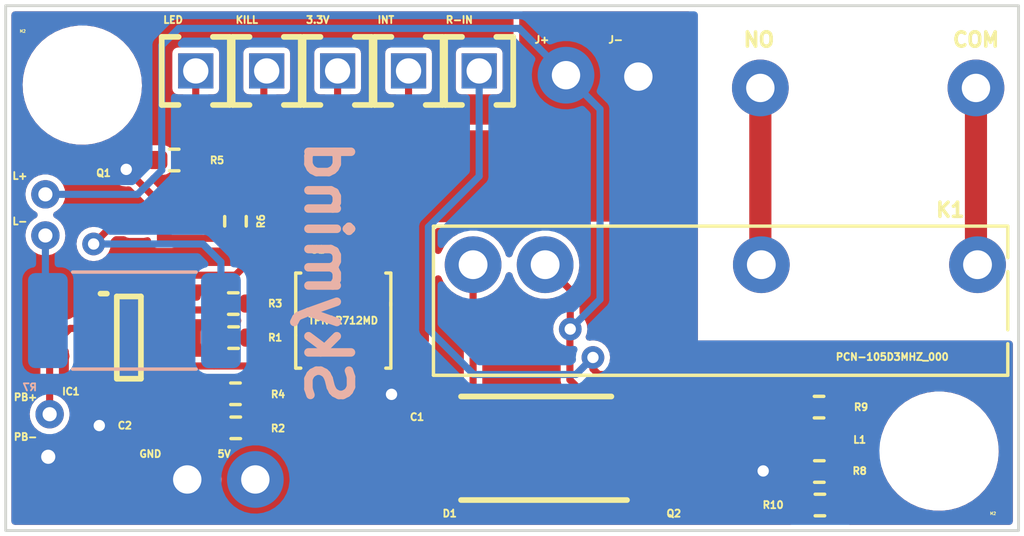
<source format=kicad_pcb>
(kicad_pcb (version 20210424) (generator pcbnew)
  (title_block (title "Relay Module") (date "2021-06-09") (rev "v01") (company "Skymind") (comment 4 "Author: Koay Xian Cong"))
  (layers (0 "F.Cu" signal) (31 "B.Cu" signal) (34 "B.Paste" user) (35 "F.Paste" user) (36 "B.SilkS" user "B.Silkscreen") (37 "F.SilkS" user "F.Silkscreen") (38 "B.Mask" user) (39 "F.Mask" user) (44 "Edge.Cuts" user))
  (net 0 "")
  (net 1 "Net-(D1-Pad1)")
  (net 2 "Net-(D1-Pad2)")
  (net 3 "Net-(J4-Pad01)")
  (net 4 "Net-(C1-Pad2)")
  (net 5 "Net-(Q1-Pad1)")
  (net 6 "Net-(IC1-Pad5)")
  (net 7 "Net-(L1-Pad2)")
  (net 8 "Earth")
  (net 9 "Net-(IC1-Pad8)")
  (net 11 "Net-(C2-Pad1)")
  (net 12 "Net-(IC1-Pad2)")
  (net 13 "Net-(IC1-Pad6)")
  (net 14 "Net-(Q2-Pad1)")
  (net 15 "Net-(Q1-Pad3)")
  (net 16 "Net-(J6-Pad01)")
  (net 17 "Net-(J8-Pad01)")
  (net 18 "Net-(J10-Pad01)")
  (net 19 "Net-(J14-Pad2)")
  (net 20 "Net-(J14-Pad1)")
  (net 21 "Net-(R4-Pad2)")
  (footprint "Resistor_SMD:R_0402_1005Metric_Pad0.72x0.64mm_HandSolder" (layer "F.Cu") (at 99.21 73.08 180)
    (fp_text reference "R2" (at -1.49 -0.02 180) (layer "F.SilkS") (effects (font (size 0.25 0.25) (thickness 0.0625))))
    (fp_text value "100K")
    (fp_line (start -0.167621 0.38) (end 0.167621 0.38) (layer "F.SilkS") (width 0.12))
    (fp_line (start -0.167621 -0.38) (end 0.167621 -0.38) (layer "F.SilkS") (width 0.12))
    (pad "1" smd roundrect locked (at -0.5975 0 180) (size 0.715 0.64) (layers "F.Cu" "F.Paste" "F.Mask") (net 4 "Net-(C1-Pad2)"))
    (pad "2" smd roundrect locked (at 0.5975 0 180) (size 0.715 0.64) (layers "F.Cu" "F.Paste" "F.Mask") (net 13 "Net-(IC1-Pad6)"))
  )
  (footprint "capacitor_3mF:CAPC1005X55N" (layer "F.Cu") (at 96.6 73 180)
    (fp_text reference "C2" (at 1.3 0) (layer "F.SilkS") (effects (font (size 0.25 0.25) (thickness 0.0625))))
    (fp_text value "3μF")
    (pad "1" smd rect locked (at -0.432 0 180) (size 0.54 0.6) (layers "F.Cu" "F.Paste" "F.Mask") (net 11 "Net-(C2-Pad1)"))
    (pad "2" smd rect locked (at 0.432 0 180) (size 0.54 0.6) (layers "F.Cu" "F.Paste" "F.Mask") (net 8 "Earth"))
  )
  (footprint "relay new:PCN-105D3MHZ_000" (layer "F.Cu") (at 107.5751 67.33 90)
    (fp_text reference "K1" (at 1.93 16.8249) (layer "F.SilkS") (effects (font (size 0.5 0.5) (thickness 0.125))))
    (fp_text value "PCN-105D3MHZ_000" (at -3.25 14.7749) (layer "F.SilkS") (effects (font (size 0.25 0.25) (thickness 0.0625))))
    (fp_line (start -3.8989 18.8468) (end -2.785751 18.8468) (layer "F.SilkS") (width 0.12))
    (fp_line (start 1.3589 -1.397) (end -3.8989 -1.397) (layer "F.SilkS") (width 0.12))
    (fp_line (start -3.8989 -1.397) (end -3.8989 18.8468) (layer "F.SilkS") (width 0.12))
    (fp_line (start -2.294249 18.8468) (end -0.245751 18.8468) (layer "F.SilkS") (width 0.12))
    (fp_line (start 0.245751 18.8468) (end 1.3589 18.8468) (layer "F.SilkS") (width 0.12))
    (fp_line (start 1.3589 18.8468) (end 1.3589 -1.397) (layer "F.SilkS") (width 0.12))
    (pad "1" thru_hole circle locked (at 0 0 90) (size 2 2) (drill 1.016) (layers *.Cu *.Mask) (net 2 "Net-(D1-Pad2)"))
    (pad "2" thru_hole circle locked (at 0 2.54 90) (size 2 2) (drill 1.016) (layers *.Cu *.Mask) (net 1 "Net-(D1-Pad1)"))
    (pad "3" thru_hole circle locked (at 0 10.16 90) (size 2 2) (drill 1.016) (layers *.Cu *.Mask) (net 19 "Net-(J14-Pad2)"))
    (pad "4" thru_hole circle locked (at 0 17.78 90) (size 2 2) (drill 1.016) (layers *.Cu *.Mask) (net 20 "Net-(J14-Pad1)"))
  )
  (footprint "Mosfet_NTK3134NT:NTK3134NT1G" (layer "F.Cu") (at 115.8 74)
    (fp_text reference "Q2" (at -1.15 2.1) (layer "F.SilkS") (effects (font (size 0.25 0.25) (thickness 0.0625))))
    (fp_text value "NTK3134NT" hide)
    (pad "1" smd rect locked (at -0.4 0.49) (size 0.27 0.52) (layers "F.Cu" "F.Paste" "F.Mask") (net 14 "Net-(Q2-Pad1)"))
    (pad "2" smd rect locked (at 0.4 0.49) (size 0.27 0.52) (layers "F.Cu" "F.Paste" "F.Mask") (net 8 "Earth"))
    (pad "3" smd rect locked (at 0 -0.49) (size 0.36 0.52) (layers "F.Cu" "F.Paste" "F.Mask") (net 2 "Net-(D1-Pad2)"))
  )
  (footprint "capacitor_0.1mF:CAPC1005X55N" (layer "F.Cu") (at 104.3 72.7 180)
    (fp_text reference "C1" (at -1.3 0) (layer "F.SilkS") (effects (font (size 0.25 0.25) (thickness 0.0625))))
    (fp_text value "0.1μF")
    (pad "1" smd rect locked (at -0.407 0 180) (size 0.59 0.6) (layers "F.Cu" "F.Paste" "F.Mask") (net 8 "Earth"))
    (pad "2" smd rect locked (at 0.407 0 180) (size 0.59 0.6) (layers "F.Cu" "F.Paste" "F.Mask") (net 4 "Net-(C1-Pad2)"))
  )
  (footprint "PinHeaders:SAMTEC_MTMM-101-06-S-S-200" (layer "F.Cu") (at 92.6 74)
    (fp_text reference "PB-" (at -0.8 -0.6) (layer "F.SilkS") (effects (font (size 0.25 0.25) (thickness 0.0625))))
    (fp_text value "Push Button GND")
    (pad "01" thru_hole circle locked (at 0 0.1) (size 1 1) (drill 0.5) (layers *.Cu *.Mask) (net 8 "Earth"))
  )
  (footprint "Resistor_SMD:R_0402_1005Metric_Pad0.72x0.64mm_HandSolder" (layer "F.Cu") (at 99.122305 68.7)
    (fp_text reference "R3" (at 1.477695 0) (layer "F.SilkS") (effects (font (size 0.25 0.25) (thickness 0.0625))))
    (fp_text value "10K")
    (fp_line (start -0.167621 0.38) (end 0.167621 0.38) (layer "F.SilkS") (width 0.12))
    (fp_line (start -0.167621 -0.38) (end 0.167621 -0.38) (layer "F.SilkS") (width 0.12))
    (pad "1" smd roundrect locked (at -0.5975 0) (size 0.715 0.64) (layers "F.Cu" "F.Paste" "F.Mask") (net 9 "Net-(IC1-Pad8)"))
    (pad "2" smd roundrect locked (at 0.5975 0) (size 0.715 0.64) (layers "F.Cu" "F.Paste" "F.Mask") (net 3 "Net-(J4-Pad01)"))
  )
  (footprint "Resistor_SMD:R_0402_1005Metric_Pad0.72x0.64mm_HandSolder" (layer "F.Cu") (at 99.2 65.8 -90)
    (fp_text reference "R6" (at 0 -0.9 -90) (layer "F.SilkS") (effects (font (size 0.25 0.25) (thickness 0.0625))))
    (fp_text value "1K")
    (fp_line (start -0.167621 0.38) (end 0.167621 0.38) (layer "F.SilkS") (width 0.12))
    (fp_line (start -0.167621 -0.38) (end 0.167621 -0.38) (layer "F.SilkS") (width 0.12))
    (pad "1" smd roundrect locked (at -0.5975 0 270) (size 0.715 0.64) (layers "F.Cu" "F.Paste" "F.Mask") (net 16 "Net-(J6-Pad01)"))
    (pad "2" smd roundrect locked (at 0.5975 0 270) (size 0.715 0.64) (layers "F.Cu" "F.Paste" "F.Mask") (net 5 "Net-(Q1-Pad1)"))
  )
  (footprint "Diode_SS34B-HF:DIOM5336X320N" (layer "F.Cu") (at 109.8 73.8 180)
    (fp_text reference "D1" (at 3.05 -2.3) (layer "F.SilkS") (effects (font (size 0.25 0.25) (thickness 0.0625))))
    (fp_text value "SS34B" hide)
    (fp_line (start -2.65 1.825) (end 2.65 1.825) (layer "F.SilkS") (width 0.2))
    (fp_line (start 2.65 -1.825) (end -3.2 -1.825) (layer "F.SilkS") (width 0.2))
    (pad "1" smd rect locked (at -2.15 0 270) (size 2.1 2.3) (layers "F.Cu" "F.Paste" "F.Mask") (net 1 "Net-(D1-Pad1)"))
    (pad "2" smd rect locked (at 2.15 0 270) (size 2.1 2.3) (layers "F.Cu" "F.Paste" "F.Mask") (net 2 "Net-(D1-Pad2)"))
  )
  (footprint "Resistor_SMD:R_0402_1005Metric_Pad0.72x0.64mm_HandSolder" (layer "F.Cu") (at 99.2 71.88)
    (fp_text reference "R4" (at 1.5 0.02) (layer "F.SilkS") (effects (font (size 0.25 0.25) (thickness 0.0625))))
    (fp_text value "100K")
    (fp_line (start -0.167621 -0.38) (end 0.167621 -0.38) (layer "F.SilkS") (width 0.12))
    (fp_line (start -0.167621 0.38) (end 0.167621 0.38) (layer "F.SilkS") (width 0.12))
    (pad "1" smd roundrect locked (at -0.5975 0) (size 0.715 0.64) (layers "F.Cu" "F.Paste" "F.Mask") (net 13 "Net-(IC1-Pad6)"))
    (pad "2" smd roundrect locked (at 0.5975 0) (size 0.715 0.64) (layers "F.Cu" "F.Paste" "F.Mask") (net 21 "Net-(R4-Pad2)"))
  )
  (footprint "Terminal Block 2pins:ED120&slash_2DS" (layer "F.Cu") (at 121.25 64.15)
    (fp_text reference "NO" (at -3.6 -4.75) (layer "F.SilkS") (effects (font (size 0.5 0.5) (thickness 0.125))))
    (fp_text value "COM" (at 4.05 -4.75 180) (layer "F.SilkS") (effects (font (size 0.5 0.5) (thickness 0.125))))
    (pad "1" thru_hole circle locked (at 4.05 -3.05 180) (size 2 2) (drill 1) (layers *.Cu *.Mask) (net 20 "Net-(J14-Pad1)"))
    (pad "2" thru_hole circle locked (at -3.55 -3.05 180) (size 2 2) (drill 1) (layers *.Cu *.Mask) (net 19 "Net-(J14-Pad2)"))
  )
  (footprint "LED_SMD:LED_0402_1005Metric_Pad0.77x0.64mm_HandSolder" (layer "F.Cu") (at 119.77 73.48)
    (fp_text reference "L1" (at 1.43 0.02) (layer "F.SilkS") (effects (font (size 0.25 0.25) (thickness 0.0625))))
    (fp_text value "LED")
    (pad "1" smd roundrect locked (at -0.5725 0) (size 0.765 0.64) (layers "F.Cu" "F.Paste" "F.Mask") (net 2 "Net-(D1-Pad2)"))
    (pad "2" smd roundrect locked (at 0.5725 0) (size 0.765 0.64) (layers "F.Cu" "F.Paste" "F.Mask") (net 7 "Net-(L1-Pad2)"))
  )
  (footprint "PinHeaders:SAMTEC_MTMM-101-06-S-S-200" (layer "F.Cu") (at 92.7 72.6)
    (fp_text reference "PB+" (at -0.9 -0.6) (layer "F.SilkS") (effects (font (size 0.25 0.25) (thickness 0.0625))))
    (fp_text value "Push Button")
    (pad "01" thru_hole circle locked (at -0.05 0) (size 1 1) (drill 0.5) (layers *.Cu *.Mask) (net 12 "Net-(IC1-Pad2)"))
  )
  (footprint "PinHeaders:SAMTEC_MTMM-101-06-S-S-200" (layer "F.Cu") (at 110.8 60.7 90)
    (fp_text reference "J+" (at 1.3 -0.8 180) (layer "F.SilkS") (effects (font (size 0.25 0.25) (thickness 0.0625))))
    (fp_text value "Jetson Nano VIN")
    (pad "01" thru_hole circle locked (at 0.05 0.05 90) (size 2 2) (drill 1) (layers *.Cu *.Mask) (net 1 "Net-(D1-Pad1)"))
  )
  (footprint "Mosfet_NTK3134NT:NTK3134NT1G" (layer "F.Cu") (at 96.2 66 90)
    (fp_text reference "Q1" (at 1.9 -1.65 180) (layer "F.SilkS") (effects (font (size 0.25 0.25) (thickness 0.0625))))
    (fp_text value "NTK3134NT1G" hide)
    (pad "1" smd rect locked (at -0.4 0.49 90) (size 0.27 0.52) (layers "F.Cu" "F.Paste" "F.Mask") (net 5 "Net-(Q1-Pad1)"))
    (pad "2" smd rect locked (at 0.4 0.49 90) (size 0.27 0.52) (layers "F.Cu" "F.Paste" "F.Mask") (net 8 "Earth"))
    (pad "3" smd rect locked (at 0 -0.49 90) (size 0.36 0.52) (layers "F.Cu" "F.Paste" "F.Mask") (net 15 "Net-(Q1-Pad3)"))
  )
  (footprint "Mosfet_TPN4R712MD:TPN4R712MD" (layer "F.Cu") (at 103 69.3 90)
    (fp_text reference "U1" (at 2.5 -0.9 180) (layer "F.SilkS") (effects (font (size 0.25 0.25) (thickness 0.0625))))
    (fp_text value "TPN4R712MD" (at 0 0 180) (layer "F.SilkS") (effects (font (size 0.25 0.25) (thickness 0.0625))))
    (fp_line (start 0.52324 1.6764) (end 1.6764 1.6764) (layer "F.SilkS") (width 0.12))
    (fp_line (start 1.6764 -1.498239) (end 1.6764 -1.6764) (layer "F.SilkS") (width 0.12))
    (fp_line (start -1.6764 1.6764) (end 0.635 1.6764) (layer "F.SilkS") (width 0.12))
    (fp_line (start 1.6764 1.6764) (end 1.6764 1.498239) (layer "F.SilkS") (width 0.12))
    (fp_line (start -0.52324 -1.6764) (end -1.6764 -1.6764) (layer "F.SilkS") (width 0.12))
    (fp_line (start -1.6764 -1.6764) (end -1.6764 -1.498239) (layer "F.SilkS") (width 0.12))
    (fp_line (start -1.6764 1.498239) (end -1.6764 1.6764) (layer "F.SilkS") (width 0.12))
    (fp_line (start 1.6764 -1.6764) (end -0.52324 -1.6764) (layer "F.SilkS") (width 0.12))
    (pad "1" smd rect locked (at -1.778 -0.974999 180) (size 0.381 0.6604) (layers "F.Cu" "F.Paste" "F.Mask") (net 4 "Net-(C1-Pad2)"))
    (pad "2" smd rect locked (at -1.778 -0.325001 180) (size 0.381 0.6604) (layers "F.Cu" "F.Paste" "F.Mask") (net 4 "Net-(C1-Pad2)"))
    (pad "3" smd rect locked (at -1.778 0.325001 180) (size 0.381 0.6604) (layers "F.Cu" "F.Paste" "F.Mask") (net 4 "Net-(C1-Pad2)"))
    (pad "4" smd rect locked (at -1.778 0.974999 180) (size 0.381 0.6604) (layers "F.Cu" "F.Paste" "F.Mask") (net 21 "Net-(R4-Pad2)"))
    (pad "5" smd rect locked (at 1.778 0.974999 180) (size 0.381 0.6604) (layers "F.Cu" "F.Paste" "F.Mask") (net 1 "Net-(D1-Pad1)"))
    (pad "6" smd rect locked (at 1.778 0.325001 180) (size 0.381 0.6604) (layers "F.Cu" "F.Paste" "F.Mask") (net 1 "Net-(D1-Pad1)"))
    (pad "7" smd rect locked (at 1.778 -0.325001 180) (size 0.381 0.6604) (layers "F.Cu" "F.Paste" "F.Mask") (net 1 "Net-(D1-Pad1)"))
    (pad "8" smd rect locked (at 1.778 -0.974999 180) (size 0.381 0.6604) (layers "F.Cu" "F.Paste" "F.Mask") (net 1 "Net-(D1-Pad1)"))
    (pad "9" smd rect (at 0.4 0 90) (size 2.2 2.6) (layers "F.Cu" "F.Paste" "F.Mask") (net 1 "Net-(D1-Pad1)"))
  )
  (footprint "IC_LTC2954:SOT65P280X100-8N" (layer "F.Cu") (at 95.442305 69.9)
    (fp_text reference "IC1" (at -2.042305 1.9) (layer "F.SilkS") (effects (font (size 0.25 0.25) (thickness 0.0625))))
    (fp_text value "LTC2954" hide)
    (fp_line (start 0.425 1.45) (end -0.425 1.45) (layer "F.SilkS") (width 0.2))
    (fp_line (start -0.425 1.45) (end -0.425 -1.45) (layer "F.SilkS") (width 0.2))
    (fp_line (start 0.425 -1.45) (end 0.425 1.45) (layer "F.SilkS") (width 0.2))
    (fp_line (start -0.425 -1.45) (end 0.425 -1.45) (layer "F.SilkS") (width 0.2))
    (fp_line (start -1 -1.55) (end -0.775 -1.55) (layer "F.SilkS") (width 0.2))
    (pad "1" smd rect locked (at -1.3 -0.975 90) (size 0.4 1.22) (layers "F.Cu" "F.Paste" "F.Mask") (net 4 "Net-(C1-Pad2)"))
    (pad "2" smd rect locked (at -1.3 -0.325 90) (size 0.4 1.22) (layers "F.Cu" "F.Paste" "F.Mask") (net 12 "Net-(IC1-Pad2)"))
    (pad "3" smd rect locked (at -1.3 0.325 90) (size 0.4 1.22) (layers "F.Cu" "F.Paste" "F.Mask"))
    (pad "4" smd rect locked (at -1.3 0.975 90) (size 0.4 1.22) (layers "F.Cu" "F.Paste" "F.Mask") (net 8 "Earth"))
    (pad "5" smd rect locked (at 1.3 0.975 90) (size 0.4 1.22) (layers "F.Cu" "F.Paste" "F.Mask") (net 6 "Net-(IC1-Pad5)"))
    (pad "6" smd rect locked (at 1.3 0.325 90) (size 0.4 1.22) (layers "F.Cu" "F.Paste" "F.Mask") (net 13 "Net-(IC1-Pad6)"))
    (pad "7" smd rect locked (at 1.3 -0.325 90) (size 0.4 1.22) (layers "F.Cu" "F.Paste" "F.Mask") (net 11 "Net-(C2-Pad1)"))
    (pad "8" smd rect locked (at 1.3 -0.975 90) (size 0.4 1.22) (layers "F.Cu" "F.Paste" "F.Mask") (net 9 "Net-(IC1-Pad8)"))
  )
  (footprint "Resistor_SMD:R_0402_1005Metric_Pad0.72x0.64mm_HandSolder" (layer "F.Cu") (at 97.04 63.64 180)
    (fp_text reference "R5" (at -1.51 -0.01 180) (layer "F.SilkS") (effects (font (size 0.25 0.25) (thickness 0.0625))))
    (fp_text value "10K")
    (fp_line (start -0.167621 0.38) (end 0.167621 0.38) (layer "F.SilkS") (width 0.12))
    (fp_line (start -0.167621 -0.38) (end 0.167621 -0.38) (layer "F.SilkS") (width 0.12))
    (pad "1" smd roundrect locked (at -0.5975 0 180) (size 0.715 0.64) (layers "F.Cu" "F.Paste" "F.Mask") (net 16 "Net-(J6-Pad01)"))
    (pad "2" smd roundrect locked (at 0.5975 0 180) (size 0.715 0.64) (layers "F.Cu" "F.Paste" "F.Mask") (net 8 "Earth"))
  )
  (footprint "PinHeaders:SAMTEC_MTMM-101-06-S-S-200" (layer "F.Cu") (at 100.3 60.5)
    (fp_text reference "KILL" (at -0.7 -1.8) (layer "F.SilkS") (effects (font (size 0.25 0.25) (thickness 0.0625))))
    (fp_text value "GPIO")
    (fp_line (start -1.2 1.2) (end -0.605 1.2) (layer "F.SilkS") (width 0.2))
    (fp_line (start 0.605 -1.2) (end 1.2 -1.2) (layer "F.SilkS") (width 0.2))
    (fp_line (start 0.605 1.2) (end 1.2 1.2) (layer "F.SilkS") (width 0.2))
    (fp_line (start 1.2 -1.2) (end 1.2 1.2) (layer "F.SilkS") (width 0.2))
    (fp_line (start -1.2 -1.2) (end -0.605 -1.2) (layer "F.SilkS") (width 0.2))
    (fp_line (start -1.2 -1.2) (end -1.2 1.2) (layer "F.SilkS") (width 0.2))
    (pad "01" thru_hole rect locked (at 0 0) (size 1.24 1.24) (drill 0.89) (layers *.Cu *.Mask) (net 9 "Net-(IC1-Pad8)"))
  )
  (footprint "Resistor_SMD:R_0402_1005Metric_Pad0.72x0.64mm_HandSolder" (layer "F.Cu") (at 119.8 75.8 180)
    (fp_text reference "R10" (at 1.65 0 180) (layer "F.SilkS") (effects (font (size 0.25 0.25) (thickness 0.0625))))
    (fp_text value "1K")
    (fp_line (start -0.167621 -0.38) (end 0.167621 -0.38) (layer "F.SilkS") (width 0.12))
    (fp_line (start -0.167621 0.38) (end 0.167621 0.38) (layer "F.SilkS") (width 0.12))
    (pad "1" smd roundrect locked (at -0.5975 0 180) (size 0.715 0.64) (layers "F.Cu" "F.Paste" "F.Mask") (net 18 "Net-(J10-Pad01)"))
    (pad "2" smd roundrect locked (at 0.5975 0 180) (size 0.715 0.64) (layers "F.Cu" "F.Paste" "F.Mask") (net 14 "Net-(Q2-Pad1)"))
  )
  (footprint "PinHeaders:SAMTEC_MTMM-101-06-S-S-200" (layer "F.Cu") (at 97.8 60.5)
    (fp_text reference "LED" (at -0.8 -1.8) (layer "F.SilkS") (effects (font (size 0.25 0.25) (thickness 0.0625))))
    (fp_text value "GPIO")
    (fp_line (start -1.2 -1.2) (end -1.2 1.2) (layer "F.SilkS") (width 0.2))
    (fp_line (start -1.2 -1.2) (end -0.605 -1.2) (layer "F.SilkS") (width 0.2))
    (fp_line (start -1.2 1.2) (end -0.605 1.2) (layer "F.SilkS") (width 0.2))
    (fp_line (start 1.2 -1.2) (end 1.2 1.2) (layer "F.SilkS") (width 0.2))
    (fp_line (start 0.605 -1.2) (end 1.2 -1.2) (layer "F.SilkS") (width 0.2))
    (fp_line (start 0.605 1.2) (end 1.2 1.2) (layer "F.SilkS") (width 0.2))
    (pad "01" thru_hole rect locked (at 0 0) (size 1.24 1.24) (drill 0.89) (layers *.Cu *.Mask) (net 16 "Net-(J6-Pad01)"))
  )
  (footprint "PinHeaders:SAMTEC_MTMM-101-06-S-S-200" (layer "F.Cu") (at 102.8 60.5)
    (fp_text reference "3.3V" (at -0.7 -1.8) (layer "F.SilkS") (effects (font (size 0.25 0.25) (thickness 0.0625))))
    (fp_text value "3.3V")
    (fp_line (start -1.2 1.2) (end -0.605 1.2) (layer "F.SilkS") (width 0.2))
    (fp_line (start -1.2 -1.2) (end -1.2 1.2) (layer "F.SilkS") (width 0.2))
    (fp_line (start 0.605 -1.2) (end 1.2 -1.2) (layer "F.SilkS") (width 0.2))
    (fp_line (start -1.2 -1.2) (end -0.605 -1.2) (layer "F.SilkS") (width 0.2))
    (fp_line (start 1.2 -1.2) (end 1.2 1.2) (layer "F.SilkS") (width 0.2))
    (fp_line (start 0.605 1.2) (end 1.2 1.2) (layer "F.SilkS") (width 0.2))
    (pad "01" thru_hole rect locked (at 0 0) (size 1.24 1.24) (drill 0.89) (layers *.Cu *.Mask) (net 3 "Net-(J4-Pad01)"))
  )
  (footprint "Resistor_SMD:R_0402_1005Metric_Pad0.72x0.64mm_HandSolder" (layer "F.Cu") (at 99.132305 69.9)
    (fp_text reference "R1" (at 1.467695 0) (layer "F.SilkS") (effects (font (size 0.25 0.25) (thickness 0.0625))))
    (fp_text value "10K")
    (fp_line (start -0.167621 0.38) (end 0.167621 0.38) (layer "F.SilkS") (width 0.12))
    (fp_line (start -0.167621 -0.38) (end 0.167621 -0.38) (layer "F.SilkS") (width 0.12))
    (pad "1" smd roundrect locked (at -0.5975 0) (size 0.715 0.64) (layers "F.Cu" "F.Paste" "F.Mask") (net 6 "Net-(IC1-Pad5)"))
    (pad "2" smd roundrect locked (at 0.5975 0) (size 0.715 0.64) (layers "F.Cu" "F.Paste" "F.Mask") (net 3 "Net-(J4-Pad01)"))
  )
  (footprint "Resistor_SMD:R_0402_1005Metric_Pad0.72x0.64mm_HandSolder" (layer "F.Cu") (at 119.78 74.62 180)
    (fp_text reference "R8" (at -1.42 0.02 180) (layer "F.SilkS") (effects (font (size 0.25 0.25) (thickness 0.0625))))
    (fp_text value "10K")
    (fp_line (start -0.167621 -0.38) (end 0.167621 -0.38) (layer "F.SilkS") (width 0.12))
    (fp_line (start -0.167621 0.38) (end 0.167621 0.38) (layer "F.SilkS") (width 0.12))
    (pad "1" smd roundrect locked (at -0.5975 0 180) (size 0.715 0.64) (layers "F.Cu" "F.Paste" "F.Mask") (net 18 "Net-(J10-Pad01)"))
    (pad "2" smd roundrect locked (at 0.5975 0 180) (size 0.715 0.64) (layers "F.Cu" "F.Paste" "F.Mask") (net 8 "Earth"))
  )
  (footprint "PinHeaders:SAMTEC_MTMM-101-06-S-S-200" (layer "F.Cu") (at 99.9 74.8)
    (fp_text reference "5V" (at -1.1 -0.8) (layer "F.SilkS") (effects (font (size 0.25 0.25) (thickness 0.0625))))
    (fp_text value "5V VIN")
    (pad "01" thru_hole circle locked (at 0 0.1) (size 2 2) (drill 1) (layers *.Cu *.Mask) (net 4 "Net-(C1-Pad2)"))
  )
  (footprint "PinHeaders:SAMTEC_MTMM-101-06-S-S-200" (layer "F.Cu") (at 92.5 66.25)
    (fp_text reference "L-" (at -0.9 -0.45) (layer "F.SilkS") (effects (font (size 0.25 0.25) (thickness 0.0625))))
    (fp_text value "GND LED")
    (pad "01" thru_hole circle locked (at 0 0.05) (size 1 1) (drill 0.5) (layers *.Cu *.Mask) (net 17 "Net-(J8-Pad01)"))
  )
  (footprint "MountingHole:MountingHole_2.2mm_M2" (layer "F.Cu") (at 124 73.9)
    (fp_text reference "M2" (at 1.9 2.2) (layer "F.SilkS") (effects (font (size 0.1 0.1) (thickness 0.025))))
    (fp_text value "MountingHole_2.2mm_M2")
    (pad "1" np_thru_hole circle locked (at 0 0) (size 2.2 2.2) (drill 2.2) (layers *.Cu *.Mask))
  )
  (footprint "PinHeaders:SAMTEC_MTMM-101-06-S-S-200" (layer "F.Cu") (at 105.3 60.5)
    (fp_text reference "INT" (at -0.8 -1.8) (layer "F.SilkS") (effects (font (size 0.25 0.25) (thickness 0.0625))))
    (fp_text value "GPIO")
    (fp_line (start -1.2 -1.2) (end -0.605 -1.2) (layer "F.SilkS") (width 0.2))
    (fp_line (start -1.2 -1.2) (end -1.2 1.2) (layer "F.SilkS") (width 0.2))
    (fp_line (start 0.605 -1.2) (end 1.2 -1.2) (layer "F.SilkS") (width 0.2))
    (fp_line (start 0.605 1.2) (end 1.2 1.2) (layer "F.SilkS") (width 0.2))
    (fp_line (start 1.2 -1.2) (end 1.2 1.2) (layer "F.SilkS") (width 0.2))
    (fp_line (start -1.2 1.2) (end -0.605 1.2) (layer "F.SilkS") (width 0.2))
    (pad "01" thru_hole rect locked (at 0 0) (size 1.24 1.24) (drill 0.89) (layers *.Cu *.Mask) (net 6 "Net-(IC1-Pad5)"))
  )
  (footprint "PinHeaders:SAMTEC_MTMM-101-06-S-S-200" (layer "F.Cu") (at 97.5 74.85)
    (fp_text reference "GND" (at -1.3 -0.85) (layer "F.SilkS") (effects (font (size 0.25 0.25) (thickness 0.0625))))
    (fp_text value "GND")
    (pad "01" thru_hole circle locked (at 0 0.05) (size 2 2) (drill 1) (layers *.Cu *.Mask) (net 8 "Earth"))
  )
  (footprint "" (layer "F.Cu") (at 113.6 60.6)
    (fp_text reference "" (at 0 0) (layer "F.SilkS") (effects (font (size 1.27 1.27))))
    (fp_text value "" (at 0 0) (layer "F.SilkS") (effects (font (size 1.27 1.27))))
  )
  (footprint "Resistor_SMD:R_0402_1005Metric_Pad0.72x0.64mm_HandSolder" (layer "F.Cu") (at 119.77 72.35)
    (fp_text reference "R9" (at 1.48 0) (layer "F.SilkS") (effects (font (size 0.25 0.25) (thickness 0.0625))))
    (fp_text value "1K")
    (fp_line (start -0.167621 -0.38) (end 0.167621 -0.38) (layer "F.SilkS") (width 0.12))
    (fp_line (start -0.167621 0.38) (end 0.167621 0.38) (layer "F.SilkS") (width 0.12))
    (pad "1" smd roundrect locked (at -0.5975 0) (size 0.715 0.64) (layers "F.Cu" "F.Paste" "F.Mask") (net 1 "Net-(D1-Pad1)"))
    (pad "2" smd roundrect locked (at 0.5975 0) (size 0.715 0.64) (layers "F.Cu" "F.Paste" "F.Mask") (net 7 "Net-(L1-Pad2)"))
  )
  (footprint "PinHeaders:SAMTEC_MTMM-101-06-S-S-200" (layer "F.Cu") (at 107.79 60.5)
    (fp_text reference "R-IN" (at -0.7 -1.8) (layer "F.SilkS") (effects (font (size 0.25 0.25) (thickness 0.0625))))
    (fp_text value "INPUT")
    (fp_line (start -1.2 1.2) (end -0.605 1.2) (layer "F.SilkS") (width 0.2))
    (fp_line (start 0.605 -1.2) (end 1.2 -1.2) (layer "F.SilkS") (width 0.2))
    (fp_line (start -1.2 -1.2) (end -1.2 1.2) (layer "F.SilkS") (width 0.2))
    (fp_line (start 1.2 -1.2) (end 1.2 1.2) (layer "F.SilkS") (width 0.2))
    (fp_line (start 0.605 1.2) (end 1.2 1.2) (layer "F.SilkS") (width 0.2))
    (fp_line (start -1.2 -1.2) (end -0.605 -1.2) (layer "F.SilkS") (width 0.2))
    (pad "01" thru_hole rect locked (at 0 0) (size 1.24 1.24) (drill 0.89) (layers *.Cu *.Mask) (net 18 "Net-(J10-Pad01)"))
  )
  (footprint "PinHeaders:SAMTEC_MTMM-101-06-S-S-200" (layer "F.Cu") (at 92.5 64.8)
    (fp_text reference "L+" (at -0.9 -0.6) (layer "F.SilkS") (effects (font (size 0.25 0.25) (thickness 0.0625))))
    (fp_text value "5V LED")
    (pad "01" thru_hole circle locked (at 0 0.05) (size 1 1) (drill 0.5) (layers *.Cu *.Mask) (net 1 "Net-(D1-Pad1)"))
  )
  (footprint "PinHeaders:SAMTEC_MTMM-101-06-S-S-200" (layer "F.Cu") (at 113.45 60.7)
    (fp_text reference "J-" (at -0.85 -1.3) (layer "F.SilkS") (effects (font (size 0.25 0.25) (thickness 0.0625))))
    (fp_text value "GND")
    (pad "01" thru_hole circle locked (at -0.05 0) (size 2 2) (drill 1) (layers *.Cu *.Mask) (net 8 "Earth"))
  )
  (footprint "MountingHole:MountingHole_2.2mm_M2" (layer "F.Cu") (at 93.8 61)
    (fp_text reference "M2" (at -2.1 -1.9) (layer "F.SilkS") (effects (font (size 0.1 0.1) (thickness 0.025))))
    (fp_text value "MountingHole_2.2mm_M2")
    (pad "1" np_thru_hole circle locked (at 0 0) (size 2.2 2.2) (drill 2.2) (layers *.Cu *.Mask))
  )
  (footprint "Resistor_SMD:R_2512_6332Metric_Pad1.40x3.35mm_HandSolder" (layer "B.Cu") (at 95.6375 69.3)
    (fp_text reference "R7" (at -3.6875 2.35 180) (layer "B.SilkS") (effects (font (size 0.25 0.25) (thickness 0.0625)) (justify mirror)))
    (fp_text value "5.1")
    (fp_line (start -2.177064 1.71) (end 2.177064 1.71) (layer "B.SilkS") (width 0.12))
    (fp_line (start -2.177064 -1.71) (end 2.177064 -1.71) (layer "B.SilkS") (width 0.12))
    (pad "1" smd roundrect locked (at -3.05 0) (size 1.4 3.35) (layers "B.Cu" "B.Paste" "B.Mask") (roundrect_rratio 0.1785707143) (net 17 "Net-(J8-Pad01)"))
    (pad "2" smd roundrect locked (at 3.05 0) (size 1.4 3.35) (layers "B.Cu" "B.Paste" "B.Mask") (roundrect_rratio 0.1785707143) (net 15 "Net-(Q1-Pad3)"))
  )
  (gr_rect (start 126.8 58.2) (end 91.1 76.7) (layer "Edge.Cuts") (width 0.1) (fill none))
  (gr_text "Skymind" (at 102.45 67.6 270) (layer "B.SilkS") (effects (font (size 1.5 1.5) (thickness 0.3)) (justify mirror)))
  (segment (start 111 69.6) (end 111 68.2149) (width 0.25) (layer "F.Cu") (net 1))
  (segment (start 111 68.2149) (end 110.1151 67.33) (width 0.25) (layer "F.Cu") (net 1))
  (segment (start 110.05 67.2649) (end 110.1151 67.33) (width 0.25) (layer "F.Cu") (net 1))
  (segment (start 111.95 72.35) (end 119.26 72.35) (width 0.25) (layer "F.Cu") (net 1))
  (segment (start 110.987788 71.387788) (end 111.95 72.35) (width 0.25) (layer "F.Cu") (net 1))
  (segment (start 111 69.6) (end 110.987788 69.612212) (width 0.25) (layer "F.Cu") (net 1))
  (segment (start 110.987788 69.612212) (end 110.987788 71.387788) (width 0.25) (layer "F.Cu") (net 1))
  (segment (start 111.95 72.35) (end 111.95 73.8) (width 0.25) (layer "F.Cu") (net 1))
  (via (at 111 69.6) (size 0.8) (drill 0.4) (layers "F.Cu" "B.Cu") (net 1))
  (segment (start 112.05 61.85) (end 110.85 60.65) (width 0.25) (layer "B.Cu") (net 1))
  (segment (start 92.5 64.85) (end 95.75 64.85) (width 0.25) (layer "B.Cu") (net 1))
  (segment (start 97.2 59) (end 109.2 59) (width 0.25) (layer "B.Cu") (net 1))
  (segment (start 109.2 59) (end 110.85 60.65) (width 0.25) (layer "B.Cu") (net 1))
  (segment (start 111 69.6) (end 112.05 68.55) (width 0.25) (layer "B.Cu") (net 1))
  (segment (start 96.6 64) (end 96.6 59.6) (width 0.25) (layer "B.Cu") (net 1))
  (segment (start 96.6 59.6) (end 97.2 59) (width 0.25) (layer "B.Cu") (net 1))
  (segment (start 95.75 64.85) (end 96.6 64) (width 0.25) (layer "B.Cu") (net 1))
  (segment (start 112.05 68.55) (end 112.05 61.85) (width 0.25) (layer "B.Cu") (net 1))
  (segment (start 119.1675 73.51) (end 119.1975 73.48) (width 0.25) (layer "F.Cu") (net 2))
  (segment (start 108.2 75.85) (end 113.06088 75.85) (width 0.25) (layer "F.Cu") (net 2))
  (segment (start 107.5751 67.33) (end 107.5751 73.9251) (width 0.25) (layer "F.Cu") (net 2))
  (segment (start 113.06088 75.85) (end 115.40088 73.51) (width 0.25) (layer "F.Cu") (net 2))
  (segment (start 119.255 73.51) (end 119.285 73.48) (width 0.25) (layer "F.Cu") (net 2))
  (segment (start 107.65 74) (end 107.65 75.3) (width 0.25) (layer "F.Cu") (net 2))
  (segment (start 115.40088 73.51) (end 115.8 73.51) (width 0.25) (layer "F.Cu") (net 2))
  (segment (start 107.65 75.3) (end 108.2 75.85) (width 0.25) (layer "F.Cu") (net 2))
  (segment (start 107.5751 73.9251) (end 107.65 74) (width 0.25) (layer "F.Cu") (net 2))
  (segment (start 115.8 73.51) (end 119.1675 73.51) (width 0.25) (layer "F.Cu") (net 2))
  (segment (start 99.6 68.732305) (end 99.632305 68.7) (width 0.25) (layer "F.Cu") (net 3))
  (segment (start 99.719805 68.7) (end 99.719805 67.980195) (width 0.25) (layer "F.Cu") (net 3))
  (segment (start 100.7 67) (end 100.7 63.9) (width 0.25) (layer "F.Cu") (net 3))
  (segment (start 99.719805 67.980195) (end 100.7 67) (width 0.25) (layer "F.Cu") (net 3))
  (segment (start 99.729805 68.71) (end 99.719805 68.7) (width 0.25) (layer "F.Cu") (net 3))
  (segment (start 99.642305 69.9) (end 99.6 69.857695) (width 0.25) (layer "F.Cu") (net 3))
  (segment (start 102.8 61.8) (end 102.8 60.5) (width 0.25) (layer "F.Cu") (net 3))
  (segment (start 99.729805 69.9) (end 99.729805 68.71) (width 0.25) (layer "F.Cu") (net 3))
  (segment (start 100.7 63.9) (end 102.8 61.8) (width 0.25) (layer "F.Cu") (net 3))
  (segment (start 99.72 73.08) (end 99.72 73.187695) (width 0.25) (layer "F.Cu") (net 4))
  (segment (start 99.1975 66.4) (end 99.2 66.3975) (width 0.25) (layer "F.Cu") (net 5))
  (segment (start 96.69 66.4) (end 99.1975 66.4) (width 0.25) (layer "F.Cu") (net 5))
  (segment (start 99.2 66.31) (end 99.11 66.4) (width 0.25) (layer "F.Cu") (net 5))
  (segment (start 98.534805 70.815195) (end 98.45 70.9) (width 0.25) (layer "F.Cu") (net 6))
  (segment (start 98.622305 70.9) (end 100.068022 70.9) (width 0.25) (layer "F.Cu") (net 6))
  (segment (start 96.767305 70.9) (end 98.45 70.9) (width 0.25) (layer "F.Cu") (net 6))
  (segment (start 101.2 66.2) (end 105.3 62.1) (width 0.25) (layer "F.Cu") (net 6))
  (segment (start 100.068022 70.9) (end 101.2 69.768022) (width 0.25) (layer "F.Cu") (net 6))
  (segment (start 98.534805 69.9) (end 98.534805 70.815195) (width 0.25) (layer "F.Cu") (net 6))
  (segment (start 105.3 62.1) (end 105.3 60.5) (width 0.25) (layer "F.Cu") (net 6))
  (segment (start 98.45 70.9) (end 98.622305 70.9) (width 0.25) (layer "F.Cu") (net 6))
  (segment (start 101.2 69.768022) (end 101.2 66.2) (width 0.25) (layer "F.Cu") (net 6))
  (segment (start 96.742305 70.875) (end 96.767305 70.9) (width 0.25) (layer "F.Cu") (net 6))
  (segment (start 120.3675 72.35) (end 120.3675 73.455) (width 0.25) (layer "F.Cu") (net 7))
  (segment (start 120.255 72.375) (end 120.28 72.35) (width 0.25) (layer "F.Cu") (net 7))
  (segment (start 120.3675 73.455) (end 120.3425 73.48) (width 0.25) (layer "F.Cu") (net 7))
  (segment (start 96.53 63.64) (end 95.68 63.64) (width 0.25) (layer "F.Cu") (net 8))
  (segment (start 117.69 74.49) (end 116.2 74.49) (width 0.25) (layer "F.Cu") (net 8))
  (segment (start 94.142305 70.875) (end 94.142305 72.742305) (width 0.25) (layer "F.Cu") (net 8))
  (segment (start 104.707 71.907) (end 104.7 71.9) (width 0.25) (layer "F.Cu") (net 8))
  (segment (start 117.8 74.6) (end 117.69 74.49) (width 0.25) (layer "F.Cu") (net 8))
  (segment (start 117.8 74.6) (end 117.82 74.62) (width 0.25) (layer "F.Cu") (net 8))
  (segment (start 94.142305 72.742305) (end 94.4 73) (width 0.25) (layer "F.Cu") (net 8))
  (segment (start 117.82 74.62) (end 119.1825 74.62) (width 0.25) (layer "F.Cu") (net 8))
  (segment (start 96.69 65.31) (end 96.69 65.6) (width 0.25) (layer "F.Cu") (net 8))
  (segment (start 104.7 71.9) (end 104.7 72.707) (width 0.5) (layer "F.Cu") (net 8))
  (segment (start 94.4 73) (end 96.168 73) (width 0.25) (layer "F.Cu") (net 8))
  (segment (start 95.68 63.64) (end 95.35 63.97) (width 0.25) (layer "F.Cu") (net 8))
  (segment (start 104.707 72.7) (end 104.707 71.907) (width 0.25) (layer "F.Cu") (net 8))
  (segment (start 95.35 63.97) (end 96.69 65.31) (width 0.25) (layer "F.Cu") (net 8))
  (segment (start 119.0625 74.5) (end 119.1825 74.62) (width 0.25) (layer "F.Cu") (net 8))
  (via (at 95.35 63.97) (size 0.8) (drill 0.4) (layers "F.Cu" "B.Cu") (net 8))
  (via (at 94.4 73) (size 0.8) (drill 0.4) (layers "F.Cu" "B.Cu") (net 8))
  (via (at 104.7 71.9) (size 0.8) (drill 0.4) (layers "F.Cu" "B.Cu") (net 8))
  (via (at 117.8 74.6) (size 0.8) (drill 0.4) (layers "F.Cu" "B.Cu") (net 8))
  (segment (start 99.2 67.7) (end 97.2 67.7) (width 0.25) (layer "F.Cu") (net 9))
  (segment (start 98.299805 68.925) (end 98.524805 68.7) (width 0.25) (layer "F.Cu") (net 9))
  (segment (start 96.742305 68.925) (end 98.299805 68.925) (width 0.25) (layer "F.Cu") (net 9))
  (segment (start 100.2 66.7) (end 99.2 67.7) (width 0.25) (layer "F.Cu") (net 9))
  (segment (start 100.3 60.5) (end 100.2 60.6) (width 0.25) (layer "F.Cu") (net 9))
  (segment (start 96.742305 68.157695) (end 96.742305 68.925) (width 0.25) (layer "F.Cu") (net 9))
  (segment (start 100.2 60.6) (end 100.2 66.7) (width 0.25) (layer "F.Cu") (net 9))
  (segment (start 97.2 67.7) (end 96.742305 68.157695) (width 0.25) (layer "F.Cu") (net 9))
  (segment (start 95.967305 69.575) (end 95.443274 70.099031) (width 0.25) (layer "F.Cu") (net 11))
  (segment (start 96.74952 72.34952) (end 97.032 72.632) (width 0.25) (layer "F.Cu") (net 11))
  (segment (start 96.742305 69.575) (end 95.967305 69.575) (width 0.25) (layer "F.Cu") (net 11))
  (segment (start 95.443274 71.943274) (end 95.84952 72.34952) (width 0.25) (layer "F.Cu") (net 11))
  (segment (start 95.84952 72.34952) (end 96.74952 72.34952) (width 0.25) (layer "F.Cu") (net 11))
  (segment (start 97.032 72.632) (end 97.032 73) (width 0.25) (layer "F.Cu") (net 11))
  (segment (start 95.443274 70.099031) (end 95.443274 71.943274) (width 0.25) (layer "F.Cu") (net 11))
  (segment (start 92.65 70.292305) (end 92.65 72.6) (width 0.25) (layer "F.Cu") (net 12))
  (segment (start 94.217785 69.49952) (end 94.142305 69.575) (width 0.25) (layer "F.Cu") (net 12))
  (segment (start 93.367305 69.575) (end 92.65 70.292305) (width 0.25) (layer "F.Cu") (net 12))
  (segment (start 94.142305 69.575) (end 93.367305 69.575) (width 0.25) (layer "F.Cu") (net 12))
  (segment (start 98.6025 73.07) (end 98.6125 73.08) (width 0.25) (layer "F.Cu") (net 13))
  (segment (start 95.892794 70.299511) (end 95.892794 71.692794) (width 0.25) (layer "F.Cu") (net 13))
  (segment (start 98.6025 71.88) (end 98.6025 73.07) (width 0.25) (layer "F.Cu") (net 13))
  (segment (start 95.892794 71.692794) (end 96.1 71.9) (width 0.25) (layer "F.Cu") (net 13))
  (segment (start 95.967305 70.225) (end 95.892794 70.299511) (width 0.25) (layer "F.Cu") (net 13))
  (segment (start 97.822305 71.9) (end 98.7 71.9) (width 0.25) (layer "F.Cu") (net 13))
  (segment (start 96.742305 70.225) (end 95.967305 70.225) (width 0.25) (layer "F.Cu") (net 13))
  (segment (start 96.1 71.9) (end 97.822305 71.9) (width 0.25) (layer "F.Cu") (net 13))
  (segment (start 115.4 74.49) (end 115.4 74.9) (width 0.25) (layer "F.Cu") (net 14))
  (segment (start 116.3 75.8) (end 119.29 75.8) (width 0.25) (layer "F.Cu") (net 14))
  (segment (start 115.4 74.9) (end 116.3 75.8) (width 0.25) (layer "F.Cu") (net 14))
  (segment (start 94.8 66) (end 95.71 66) (width 0.25) (layer "F.Cu") (net 15))
  (segment (start 94.2 66.6) (end 94.8 66) (width 0.25) (layer "F.Cu") (net 15))
  (via (at 94.2 66.6) (size 0.8) (drill 0.4) (layers "F.Cu" "B.Cu") (net 15))
  (segment (start 98.05 66.6) (end 98.6875 67.2375) (width 0.25) (layer "B.Cu") (net 15))
  (segment (start 94.2 66.6) (end 98.05 66.6) (width 0.25) (layer "B.Cu") (net 15))
  (segment (start 98.6875 67.2375) (end 98.6875 69.3) (width 0.25) (layer "B.Cu") (net 15))
  (segment (start 97.8 62.5) (end 97.8 60.5) (width 0.25) (layer "F.Cu") (net 16))
  (segment (start 97.6375 63.64) (end 97.6375 62.6625) (width 0.25) (layer "F.Cu") (net 16))
  (segment (start 99.2 63.9) (end 97.8 62.5) (width 0.25) (layer "F.Cu") (net 16))
  (segment (start 97.6375 62.6625) (end 97.8 62.5) (width 0.25) (layer "F.Cu") (net 16))
  (segment (start 99.2 63.9) (end 99.2 65.2025) (width 0.25) (layer "F.Cu") (net 16))
  (segment (start 92.7 69.275) (end 92.675 69.3) (width 0.25) (layer "B.Cu") (net 17))
  (segment (start 92.5 69.2125) (end 92.5875 69.3) (width 0.25) (layer "B.Cu") (net 17))
  (segment (start 92.5 66.3) (end 92.5 69.2125) (width 0.25) (layer "B.Cu") (net 17))
  (segment (start 92.7 69.1875) (end 92.5875 69.3) (width 0.25) (layer "B.Cu") (net 17))
  (segment (start 121.4 75.2) (end 120.8 75.8) (width 0.25) (layer "F.Cu") (net 18))
  (segment (start 111.8 71) (end 112 71.2) (width 0.25) (layer "F.Cu") (net 18))
  (segment (start 121.4 71.8) (end 121.4 75.2) (width 0.25) (layer "F.Cu") (net 18))
  (segment (start 112 71.2) (end 120.8 71.2) (width 0.25) (layer "F.Cu") (net 18))
  (segment (start 120.3775 75.78) (end 120.3975 75.8) (width 0.25) (layer "F.Cu") (net 18))
  (segment (start 120.29 75.78) (end 120.31 75.8) (width 0.25) (layer "F.Cu") (net 18))
  (segment (start 111.8 70.6) (end 111.8 71) (width 0.25) (layer "F.Cu") (net 18))
  (segment (start 120.3775 74.62) (end 120.3775 75.78) (width 0.25) (layer "F.Cu") (net 18))
  (segment (start 120.8 71.2) (end 121.4 71.8) (width 0.25) (layer "F.Cu") (net 18))
  (segment (start 120.8 75.8) (end 120.3975 75.8) (width 0.25) (layer "F.Cu") (net 18))
  (via (at 111.8 70.6) (size 0.8) (drill 0.4) (layers "F.Cu" "B.Cu") (net 18))
  (segment (start 107.79 64.21) (end 107.79 60.5) (width 0.25) (layer "B.Cu") (net 18))
  (segment (start 106 69.6) (end 106 66) (width 0.25) (layer "B.Cu") (net 18))
  (segment (start 111.8 70.6) (end 111.2 71.2) (width 0.25) (layer "B.Cu") (net 18))
  (segment (start 111.2 71.2) (end 107.6 71.2) (width 0.25) (layer "B.Cu") (net 18))
  (segment (start 107.6 71.2) (end 106 69.6) (width 0.25) (layer "B.Cu") (net 18))
  (segment (start 106 66) (end 107.79 64.21) (width 0.25) (layer "B.Cu") (net 18))
  (segment (start 117.7 67.2949) (end 117.7351 67.33) (width 0.25) (layer "F.Cu") (net 19))
  (segment (start 117.7 61.1) (end 117.7 67.2949) (width 0.781) (layer "F.Cu") (net 19))
  (segment (start 125.3 61.1) (end 125.3 67.2749) (width 0.781) (layer "F.Cu") (net 20))
  (segment (start 125.3 67.2749) (end 125.3551 67.33) (width 0.25) (layer "F.Cu") (net 20))
  (segment (start 101.674892 70.423289) (end 103.763301 70.423289) (width 0.25) (layer "F.Cu") (net 21))
  (segment (start 100.218181 71.88) (end 99.7975 71.88) (width 0.25) (layer "F.Cu") (net 21))
  (segment (start 101.674892 70.423289) (end 100.218181 71.88) (width 0.25) (layer "F.Cu") (net 21))
  (segment (start 103.763301 70.423289) (end 103.974999 70.634987) (width 0.25) (layer "F.Cu") (net 21))
  (segment (start 103.974999 70.634987) (end 103.974999 71.078) (width 0.25) (layer "F.Cu") (net 21))
  (segment (start 99.71 71.88) (end 99.866711 71.723289) (width 0.25) (layer "F.Cu") (net 21))
  (zone (net 1) (net_name "Net-(D1-Pad1)") (layer "F.Cu") (name "A") (priority 1) (connect_pads yes (clearance 0.2)) (min_thickness 0.254) (fill yes (thermal_gap 0.508) (thermal_bridge_width 1) (island_removal_mode 1) (island_area_min 0.15))
    (polygon (pts (xy 109.2 58.3) (xy 115.3 58.3) (xy 115.3 65.8) (xy 106.014213 65.834375) (xy 106.020272 70.143731) (xy 101.7 70.1) (xy 101.7 65.9) (xy 105.1 62.6) (xy 109.2 62.590128)))
  )
  (zone (net 4) (net_name "Net-(C1-Pad2)") (layer "F.Cu") (name "B") (connect_pads yes (clearance 0.2)) (min_thickness 0.254) (fill yes (thermal_gap 0.508) (thermal_bridge_width 1) (island_removal_mode 2) (island_area_min 0.15))
    (polygon (pts (xy 126.9 70) (xy 126.9 76.9) (xy 90.9 76.9) (xy 90.9 58) (xy 97.9 58) (xy 115.5 58) (xy 115.5 70)))
  )
  (zone (net 0) (net_name "") (layer "B.Cu") (connect_pads yes (clearance 0)) (min_thickness 0.254)
    (keepout (tracks not_allowed) (vias not_allowed) (pads not_allowed) (copperpour not_allowed) (footprints allowed))
    (fill (thermal_gap 1) (thermal_bridge_width 0.508))
    (polygon (pts (xy 126.6 70) (xy 115.5 70) (xy 115.5 58.4) (xy 126.6 58.4)))
  )
  (zone (net 8) (net_name "Earth") (layer "B.Cu") (name "1") (connect_pads yes (clearance 0.2)) (min_thickness 0.254) (fill yes (thermal_gap 1) (thermal_bridge_width 0.508))
    (polygon (pts (xy 127 76.75) (xy 91 76.75) (xy 91 58) (xy 127 58)))
  )
)
</source>
